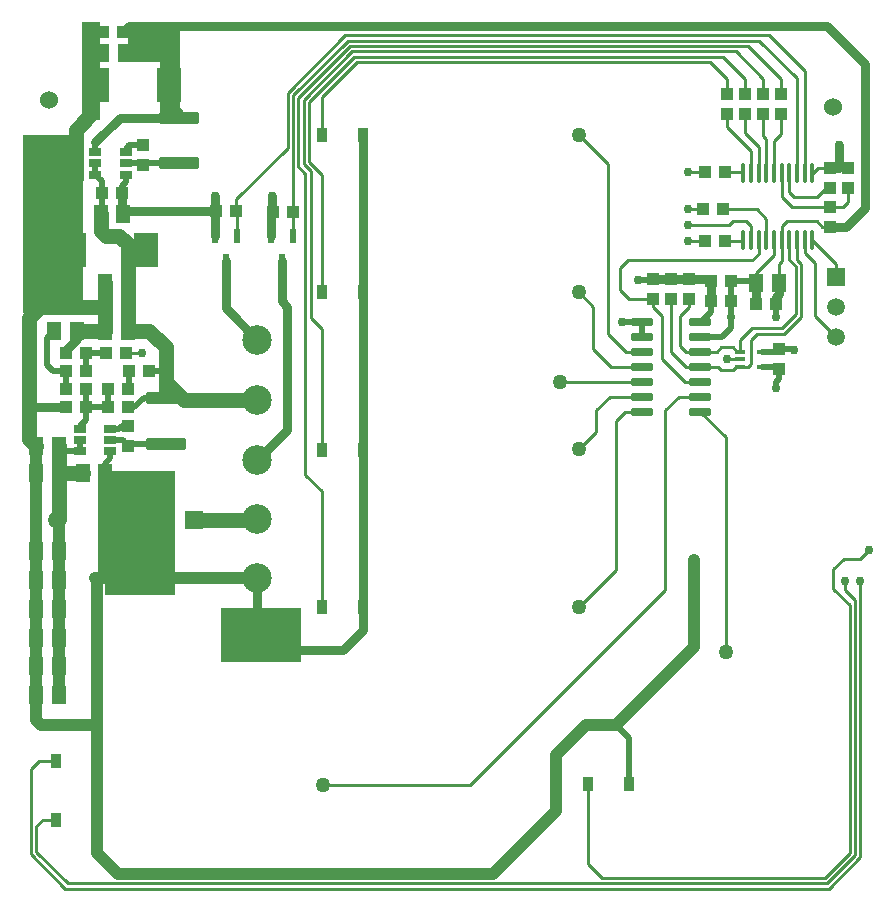
<source format=gtl>
%FSDAX24Y24*%
%MOIN*%
%SFA1B1*%

%IPPOS*%
%AMD14*
4,1,8,-0.056100,-0.021600,0.056100,-0.021600,0.066900,-0.010800,0.066900,0.010800,0.056100,0.021600,-0.056100,0.021600,-0.066900,0.010800,-0.066900,-0.010800,-0.056100,-0.021600,0.0*
1,1,0.021600,-0.056100,-0.010800*
1,1,0.021600,0.056100,-0.010800*
1,1,0.021600,0.056100,0.010800*
1,1,0.021600,-0.056100,0.010800*
%
%AMD20*
4,1,8,-0.034400,-0.011800,0.034400,-0.011800,0.037400,-0.008800,0.037400,0.008800,0.034400,0.011800,-0.034400,0.011800,-0.037400,0.008800,-0.037400,-0.008800,-0.034400,-0.011800,0.0*
1,1,0.006000,-0.034400,-0.008800*
1,1,0.006000,0.034400,-0.008800*
1,1,0.006000,0.034400,0.008800*
1,1,0.006000,-0.034400,0.008800*
%
%ADD10R,0.080700X0.114200*%
%ADD11R,0.035400X0.045300*%
%ADD12R,0.043300X0.039400*%
%ADD13R,0.039400X0.043300*%
G04~CAMADD=14~8~0.0~0.0~1339.0~433.0~108.0~0.0~15~0.0~0.0~0.0~0.0~0~0.0~0.0~0.0~0.0~0~0.0~0.0~0.0~180.0~1338.0~432.0*
%ADD14D14*%
%ADD15R,0.051200X0.059100*%
%ADD16R,0.039400X0.027600*%
%ADD17R,0.023600X0.051200*%
%ADD18R,0.033500X0.015700*%
%ADD19O,0.013800X0.070900*%
G04~CAMADD=20~8~0.0~0.0~748.0~236.0~30.0~0.0~15~0.0~0.0~0.0~0.0~0~0.0~0.0~0.0~0.0~0~0.0~0.0~0.0~180.0~748.0~236.0*
%ADD20D20*%
%ADD21C,0.020000*%
%ADD22C,0.050000*%
%ADD23C,0.040000*%
%ADD24C,0.030000*%
%ADD25C,0.039400*%
%ADD26C,0.010000*%
%ADD27R,0.265000X0.180000*%
%ADD28R,0.232600X0.415000*%
%ADD29R,0.060000X0.330000*%
%ADD30R,0.205000X0.595000*%
%ADD31R,0.141500X0.115000*%
%ADD32R,0.065000X0.297000*%
%ADD33C,0.059100*%
%ADD34R,0.059100X0.059100*%
%ADD35C,0.098400*%
%ADD36R,0.059100X0.059100*%
%ADD37C,0.060000*%
%ADD38C,0.030000*%
%ADD39C,0.050000*%
%LNde-250624-1*%
%LPD*%
G54D10*
X012649Y037250D03*
X015051D03*
X011899Y031750D03*
X014301D03*
G54D11*
X030375Y013937D03*
X029015D03*
X012658Y014724D03*
X011299D03*
X012658Y012756D03*
X011299D03*
X021517Y025092D03*
X020157D03*
X021517Y030341D03*
X020157D03*
X021517Y035591D03*
X020157D03*
X021517Y019843D03*
X020157D03*
G54D12*
X032915Y034350D03*
X033585D03*
X032915Y032050D03*
X033585D03*
X012865Y039000D03*
X013535D03*
X013485Y033650D03*
X012815D03*
X011615Y028300D03*
X012285D03*
X012965D03*
X013635D03*
X013015Y026500D03*
X013685D03*
X013715Y027700D03*
X014385D03*
X012285Y026500D03*
X011615D03*
Y027100D03*
X012285D03*
X011615Y027700D03*
X012285D03*
X033115Y030050D03*
X033785D03*
X033115Y030700D03*
X033785D03*
X019185Y033000D03*
X018515D03*
X017285Y033050D03*
X016615D03*
X034615Y029950D03*
X035285D03*
X032865Y033100D03*
X033535D03*
X013015Y027100D03*
X013685D03*
G54D13*
X034250Y036935D03*
Y036265D03*
X033650Y036935D03*
Y036265D03*
X034850Y036935D03*
Y036265D03*
X035450Y036935D03*
Y036265D03*
X014200Y034565D03*
Y035235D03*
X032400Y030785D03*
Y030115D03*
X031200Y030785D03*
Y030115D03*
X031800Y030785D03*
Y030115D03*
X035400Y027765D03*
Y028435D03*
X013700Y025215D03*
Y025885D03*
X037100Y033185D03*
Y032515D03*
X037700Y034485D03*
Y033815D03*
X037100Y034485D03*
Y033815D03*
G54D14*
X015400Y036158D03*
Y034642D03*
X014950Y026808D03*
Y025292D03*
G54D15*
X012826Y038300D03*
X013574D03*
X013524Y032950D03*
X012776D03*
X012926Y030650D03*
X013674D03*
X012926Y029850D03*
X013674D03*
X012926Y029050D03*
X013674D03*
X011974D03*
X011226D03*
X010626Y025200D03*
X011374D03*
X010626Y024300D03*
X011374D03*
X012924D03*
X012176D03*
X034626Y030650D03*
X035374D03*
X011374Y021700D03*
X010626D03*
X011374Y020740D03*
X010626D03*
X011374Y019780D03*
X010626D03*
X011374Y018820D03*
X010626D03*
X011374Y017860D03*
X010626D03*
X011374Y016900D03*
X010626D03*
G54D16*
X013624Y034252D03*
Y034626D03*
Y035000D03*
X012600Y034252D03*
Y034626D03*
Y035000D03*
X013100Y025026D03*
Y025400D03*
Y025774D03*
X012076Y025026D03*
Y025400D03*
Y025774D03*
G54D17*
X016950Y031387D03*
X016576Y032213D03*
X017324D03*
X018824Y031373D03*
X018450Y032200D03*
X019198D03*
G54D18*
X034824Y028356D03*
Y027844D03*
X034076D03*
Y028100D03*
Y028356D03*
G54D19*
X034198Y032078D03*
X034454D03*
X034710D03*
X034966D03*
X035222D03*
X035478D03*
X035734D03*
X035990D03*
X036246D03*
X036502D03*
X034198Y034322D03*
X034454D03*
X034710D03*
X034966D03*
X035222D03*
X035478D03*
X035734D03*
X035990D03*
X036246D03*
X036502D03*
G54D20*
X030833Y026350D03*
Y026850D03*
Y027350D03*
Y027850D03*
Y028350D03*
Y028850D03*
Y029350D03*
X032767D03*
Y028850D03*
Y028350D03*
Y027850D03*
Y027350D03*
Y026850D03*
Y026350D03*
G54D21*
X013624Y034626D02*
X014934D01*
X013735Y035235D02*
X014200D01*
X013624Y035124D02*
X013735Y035235D01*
X013624Y035000D02*
Y035124D01*
X029950Y015900D02*
X030375Y015475D01*
Y013937D02*
Y015475D01*
X030150Y029350D02*
X030833D01*
X035300Y027150D02*
Y027350D01*
X035400Y027450*
Y027765*
X035865Y028435D02*
X035883Y028417D01*
X035400Y028435D02*
X035865D01*
X035321Y027844D02*
X035400Y027765D01*
X034824Y027844D02*
X035321D01*
Y028356D02*
X035400Y028435D01*
X034824Y028356D02*
X035321D01*
X035285Y029950D02*
X035300Y029935D01*
Y029500D02*
Y029935D01*
X031165Y030750D02*
X031200Y030785D01*
X030700Y030750D02*
X031165D01*
X033115Y029665D02*
Y030050D01*
X032800Y029350D02*
X033115Y029665D01*
X032767Y029350D02*
X032800D01*
X033500Y028850D02*
X033785Y029135D01*
X032767Y028850D02*
X033500D01*
X033785Y030700D02*
X034555D01*
X033785Y030050D02*
Y030700D01*
X030833Y028850D02*
Y029350D01*
X013485Y033650D02*
Y033885D01*
X013624Y034024*
Y034252*
X014934Y034626D02*
X014950Y034642D01*
X012776Y032950D02*
X012815Y032989D01*
Y033650*
Y034037*
X012600Y034252D02*
X012815Y034037D01*
X012600Y034252D02*
Y034626D01*
X012924Y024300D02*
Y024624D01*
X013100Y024800*
X011374Y025200D02*
X011548Y025026D01*
X011000Y028824D02*
X011226Y029050D01*
X011000Y027900D02*
Y028824D01*
Y027900D02*
X011200Y027700D01*
X011615*
Y027100D02*
Y027700D01*
X012285Y026085D02*
Y026500D01*
X012076Y025876D02*
X012285Y026085D01*
X012076Y025774D02*
Y025876D01*
X012285Y026500D02*
D01*
Y027100D01*
Y028300D02*
D01*
Y027700D02*
Y028300D01*
X012965D01*
X013777Y025292D02*
X014950D01*
X013700Y025215D02*
X013777Y025292D01*
X013515Y025400D02*
X013700Y025215D01*
X013485Y025885D02*
X013700D01*
X013374Y025774D02*
X013485Y025885D01*
X013100Y024800D02*
Y025026D01*
X012076D02*
Y025400D01*
X013100Y025774D02*
X013374D01*
X013100Y025400D02*
X013515D01*
X011548Y025026D02*
X012076D01*
X012600Y035000D02*
Y035350D01*
X014385Y027700D02*
X014900D01*
X014950Y027750*
X013715Y027131D02*
Y027700D01*
X013685Y027100D02*
X013715Y027131D01*
X012285Y026500D02*
X013015D01*
Y027100*
X013685Y026500D02*
X013900D01*
X014208Y026808*
X014950*
X033785Y029135D02*
Y030050D01*
G54D22*
X014950Y027350D02*
X015550Y026750D01*
X013674Y030650D02*
Y031926D01*
X011950Y035750D02*
X012500Y036300D01*
X011950Y034150D02*
Y035750D01*
X015550Y026750D02*
X018000D01*
X014950Y026900D02*
Y027350D01*
X012776Y032374D02*
Y032950D01*
Y032374D02*
X012950Y032200D01*
X013400*
X013674Y031926*
X010380Y026500D02*
Y029480D01*
Y025446D02*
Y026500D01*
Y025446D02*
X010626Y025200D01*
X010380Y029480D02*
X010750Y029850D01*
X012926*
X011974Y029050D02*
X012926D01*
Y029850D02*
Y030650D01*
Y029050D02*
Y029850D01*
X011374Y024300D02*
X012176D01*
X014400Y029050D02*
X014950Y028500D01*
X013674Y029050D02*
X014400D01*
X013674Y029850D02*
Y030650D01*
Y029050D02*
Y029850D01*
X011374Y024300D02*
Y025200D01*
Y022783D02*
Y024300D01*
X014950Y027350D02*
Y027750D01*
Y028500*
X012500Y036300D02*
Y038950D01*
X015993Y022750D02*
X018100D01*
G54D23*
X011374Y021700D02*
Y022783D01*
Y016900D02*
Y017860D01*
Y018820*
Y019780*
Y020740*
Y021700*
G54D24*
X037000Y039200D02*
X038250Y037950D01*
Y033150D02*
Y037950D01*
X037615Y032515D02*
X038250Y033150D01*
X037100Y032515D02*
X037615D01*
X037100Y034485D02*
X037400D01*
X012600Y020816D02*
X012658Y020757D01*
X018000Y018900D02*
Y020816D01*
Y018900D02*
X018500Y018400D01*
X020850*
X021517Y019067*
Y019843*
Y030341D02*
Y035591D01*
Y025092D02*
Y030341D01*
Y019843D02*
Y025092D01*
X013624Y033050D02*
X016600D01*
X016576Y033011D02*
X016600Y033035D01*
X016576Y032213D02*
Y033011D01*
X013524Y032950D02*
X013624Y033050D01*
X018500Y033015D02*
X018515Y033000D01*
X018500Y033015D02*
Y033550D01*
X018450Y032935D02*
X018515Y033000D01*
X018450Y032200D02*
Y032935D01*
X018000Y024750D02*
X019000Y025750D01*
Y029850*
X018824Y030026D02*
X019000Y029850D01*
X018824Y030026D02*
Y031373D01*
X016950Y029800D02*
X018000Y028750D01*
X016950Y029800D02*
Y031387D01*
X035374Y030274D02*
Y030650D01*
X035285Y030185D02*
X035374Y030274D01*
X035285Y029950D02*
Y030185D01*
X034615Y029950D02*
Y030639D01*
X033115Y030050D02*
Y030700D01*
X032400Y030785D02*
X033031D01*
X031800D02*
X032400D01*
X031200D02*
X031800D01*
X033031D02*
X033115Y030700D01*
X013485Y032989D02*
X013524Y032950D01*
X013485Y032989D02*
Y033650D01*
X013408Y036158D02*
X014950D01*
X010380Y026500D02*
X011615D01*
X011974Y028774D02*
Y029050D01*
X011615Y028415D02*
X011974Y028774D01*
X011615Y028300D02*
Y028415D01*
X013535Y039000D02*
X013735Y039200D01*
X012600Y035350D02*
X013408Y036158D01*
X015400D02*
Y036300D01*
X015051Y036649D02*
X015400Y036300D01*
X015051Y036649D02*
Y037250D01*
Y039199*
X015050Y039200D02*
X015051Y039199D01*
X013735Y039200D02*
X015050D01*
X037000*
X012776Y037100D02*
X012865Y037189D01*
X016600Y033035D02*
Y033050D01*
Y033550*
X037400Y034485D02*
Y035250D01*
G54D25*
X028950Y015900D02*
X029950D01*
X032550Y018500D02*
Y019950D01*
X029950Y015900D02*
X032550Y018500D01*
X027950Y014900D02*
X028950Y015900D01*
X025857Y010957D02*
X027950Y013050D01*
X013343Y010957D02*
X025857D01*
X032550Y019950D02*
Y020700D01*
Y021400*
X012658Y012756D02*
Y014724D01*
Y011641D02*
Y012756D01*
X027950Y013050D02*
Y014900D01*
X012658Y011641D02*
X013343Y010957D01*
X012900Y020816D02*
Y024276D01*
X012600Y020816D02*
X012900D01*
X018000*
X012900Y024276D02*
X012924Y024300D01*
X010626Y016900D02*
Y017860D01*
Y018820*
Y019780*
Y020740*
Y021700*
Y024300*
Y025200*
Y016074D02*
Y016900D01*
Y016074D02*
X010800Y015900D01*
X012658*
Y014724D02*
Y015900D01*
Y020757*
G54D26*
X028709Y035591D02*
X029700Y034600D01*
Y028950D02*
Y034600D01*
Y028950D02*
X030300Y028350D01*
X030385Y030115D02*
X031200D01*
X030100Y030400D02*
X030385Y030115D01*
X030100Y030400D02*
Y031150D01*
X030350Y031400*
X034500*
X034710Y031610*
Y032078*
X032350Y032575D02*
X033725D01*
X033850Y032700*
X034300*
X034454Y032546*
Y032078D02*
Y032546D01*
X013635Y028300D02*
X014150D01*
X038100Y011495D02*
Y020700D01*
X037055Y010450D02*
X038100Y011495D01*
X011600Y010450D02*
X037055D01*
X037740Y011645D02*
Y019910D01*
X036905Y010810D02*
X037740Y011645D01*
X029490Y010810D02*
X036905D01*
X037920Y011570D02*
Y020080D01*
X036980Y010630D02*
X037920Y011570D01*
X011675Y010630D02*
X036980D01*
X029015Y011285D02*
X029490Y010810D01*
X029015Y011285D02*
Y013937D01*
X010630Y011675D02*
X011675Y010630D01*
X010450Y011600D02*
X011600Y010450D01*
X032350Y033100D02*
X032865D01*
X038100Y021450D02*
X038400Y021750D01*
X037550Y021450D02*
X038100D01*
X037200Y021100D02*
X037550Y021450D01*
X037200Y020450D02*
Y021100D01*
Y020450D02*
X037740Y019910D01*
X037600Y020400D02*
X037920Y020080D01*
X037600Y020400D02*
Y020700D01*
X010856Y012756D02*
X011299D01*
X010630Y012530D02*
X010856Y012756D01*
X010630Y011675D02*
Y012530D01*
X032450Y034350D02*
X032915D01*
X010724Y014724D02*
X011299D01*
X010450Y014450D02*
X010724Y014724D01*
X010450Y011600D02*
Y014450D01*
X032350Y032050D02*
X032915D01*
X034170D02*
X034198Y032078D01*
X033585Y032050D02*
X034170D01*
X034966Y032078D02*
Y032784D01*
X034650Y033100D02*
X034966Y032784D01*
X033535Y033100D02*
X034650D01*
X034170Y034350D02*
X034198Y034322D01*
X033585Y034350D02*
X034170D01*
X033622Y018328D02*
Y025494D01*
X032767Y026350D02*
X033622Y025494D01*
X032050Y026850D02*
X032767D01*
X020200Y013900D02*
X025100D01*
X031600Y020400*
Y026400*
X032050Y026850*
X035990Y034322D02*
Y037460D01*
X034730Y038720D02*
X035990Y037460D01*
X021006Y038720D02*
X034730D01*
X036246Y034322D02*
Y037704D01*
X035050Y038900D02*
X036246Y037704D01*
X020932Y038900D02*
X035050D01*
X033520Y038180D02*
X034250Y037450D01*
X021230Y038180D02*
X033520D01*
X034360Y038540D02*
X035450Y037450D01*
X021081Y038540D02*
X034360D01*
X019005Y036973D02*
X020932Y038900D01*
X019185Y036898D02*
X021006Y038720D01*
X019365Y036824D02*
X021081Y038540D01*
X033940Y038360D02*
X034850Y037450D01*
X021155Y038360D02*
X033940D01*
X019545Y036749D02*
X021155Y038360D01*
X019725Y036675D02*
X021230Y038180D01*
X033100Y038000D02*
X033650Y037450D01*
X021305Y038000D02*
X033100D01*
X020150Y036845D02*
X021305Y038000D01*
X034198Y032078D02*
Y032302D01*
X019600Y024250D02*
X020150Y023700D01*
X019780Y029470D02*
X020150Y029100D01*
X019725Y034675D02*
X020150Y034250D01*
X019780Y029470D02*
Y034365D01*
X019545Y034601D02*
X019780Y034365D01*
X019365Y034526D02*
X019600Y034291D01*
Y024250D02*
Y034291D01*
X019725Y034675D02*
Y036675D01*
X019545Y034601D02*
Y036749D01*
X019365Y034526D02*
Y036824D01*
X019005Y035155D02*
Y036973D01*
X017285Y033435D02*
X019005Y035155D01*
X017285Y033050D02*
Y033435D01*
Y033050D02*
X017324Y033011D01*
Y032213D02*
Y033011D01*
X019185Y033000D02*
X019198Y032987D01*
Y032200D02*
Y032987D01*
X019185Y033000D02*
Y036898D01*
X035450Y036935D02*
Y037450D01*
X034850Y036935D02*
Y037450D01*
X028709Y019850D02*
X029950Y021091D01*
Y026050*
X030250Y026350*
X030833*
X028709Y025100D02*
X029300Y025691D01*
Y026400*
X029750Y026850*
X030833*
X028709Y030350D02*
X029200Y029859D01*
Y028450D02*
Y029859D01*
Y028450D02*
X029800Y027850D01*
X030833*
X030300Y028350D02*
X030833D01*
X035450Y035600D02*
Y036265D01*
X035222Y035372D02*
X035450Y035600D01*
X035222Y034322D02*
Y035372D01*
X034850Y035550D02*
Y036265D01*
Y035550D02*
X034966Y035434D01*
Y034322D02*
Y035434D01*
X034250Y035650D02*
Y036265D01*
Y035650D02*
X034710Y035190D01*
Y034322D02*
Y035190D01*
X033650Y035850D02*
Y036265D01*
Y035850D02*
X034454Y035046D01*
Y034322D02*
Y035046D01*
X034250Y036935D02*
Y037450D01*
X033650Y036935D02*
Y037450D01*
X035500Y029150D02*
X035950Y029600D01*
X034500Y029150D02*
X035500D01*
X034076Y028726D02*
X034500Y029150D01*
X035555Y028950D02*
X036130Y029525D01*
X034650Y028950D02*
X035555D01*
X034450Y028750D02*
X034650Y028950D01*
X036685Y034485D02*
X037100D01*
X036522Y034322D02*
X036685Y034485D01*
X036502Y034322D02*
X036522D01*
X035734Y033666D02*
Y034322D01*
Y033666D02*
X035900Y033500D01*
X036650*
X036965Y033815*
X037100*
X035478Y033522D02*
Y034322D01*
Y033522D02*
X035815Y033185D01*
X037100*
X037535*
X037700Y033350*
Y033815*
X036835Y032515D02*
X037100D01*
X036650Y032700D02*
X036835Y032515D01*
X035650Y032700D02*
X036650D01*
X035478Y032528D02*
X035650Y032700D01*
X035478Y032078D02*
Y032528D01*
X036600Y029550D02*
X037300Y028850D01*
X036600Y029550D02*
Y031300D01*
X036246Y031654D02*
X036600Y031300D01*
X036246Y031654D02*
Y032078D01*
X037300Y030850D02*
Y031280D01*
X036502Y032078D02*
X037300Y031280D01*
X035374Y030650D02*
Y031274D01*
X035478Y031378*
Y032078*
X034615Y030965D02*
X035222Y031572D01*
Y032078*
X033650Y028100D02*
X034076D01*
X033450Y028500D02*
X033850D01*
X033306Y028356D02*
X033450Y028500D01*
X032772Y028356D02*
X033306D01*
X033850Y028500D02*
X033994Y028356D01*
X034076*
X033950Y027850D02*
X034070D01*
X033850Y027750D02*
X033950Y027850D01*
X033450Y027750D02*
X033850D01*
X033350Y027850D02*
X033450Y027750D01*
X032767Y027850D02*
X033350D01*
X032767Y028350D02*
X032772Y028356D01*
X035990Y031415D02*
Y032078D01*
Y031415D02*
X036130Y031275D01*
Y029525D02*
Y031275D01*
X034450Y027950D02*
Y028750D01*
X034344Y027844D02*
X034450Y027950D01*
X034076Y027844D02*
X034344D01*
X034076Y028356D02*
Y028726D01*
X035950Y029600D02*
Y031200D01*
X035734Y031416D02*
X035950Y031200D01*
X035734Y031416D02*
Y032078D01*
X032250Y027350D02*
X032767D01*
X031500Y028100D02*
X032250Y027350D01*
X031500Y028100D02*
Y029550D01*
X031200Y029850D02*
X031500Y029550D01*
X031200Y029850D02*
Y030115D01*
X034070Y027850D02*
X034076Y027844D01*
X032300Y027850D02*
X032767D01*
X031800Y028350D02*
X032300Y027850D01*
X031800Y028350D02*
Y030115D01*
X032300Y028350D02*
X032767D01*
X032100Y028550D02*
X032300Y028350D01*
X032100Y028550D02*
Y029550D01*
X032400Y029850*
Y030115*
X028100Y027350D02*
X030833D01*
X020150Y019843D02*
Y023700D01*
Y025092D02*
Y029100D01*
Y035591D02*
Y036845D01*
Y030341D02*
Y034250D01*
X034615Y030639D02*
Y030965D01*
G54D27*
X018125Y018900D03*
G54D28*
X014087Y022325D03*
G54D29*
X012450Y037700D03*
G54D30*
X011175Y032625D03*
G54D31*
X014392Y038575D03*
G54D32*
X015075Y037714D03*
G54D33*
X011307Y022750D03*
X037300Y029850D03*
Y028850D03*
G54D34*
X015893Y022750D03*
G54D35*
X018000Y020816D03*
Y022784D03*
Y028750D03*
Y026750D03*
Y024750D03*
G54D36*
X037300Y030850D03*
G54D37*
X011050Y036750D03*
X037200Y036500D03*
G54D38*
X033800Y029500D03*
X037400Y035250D03*
X032550Y019950D03*
Y020700D03*
Y021400D03*
X016600Y033550D03*
X018500D03*
X030150Y029350D03*
X032350Y032575D03*
X014150Y028300D03*
X032350Y033100D03*
X038400Y021750D03*
X037600Y020700D03*
X038100D03*
X032350Y034350D03*
Y032050D03*
X035883Y028417D03*
X035300Y027150D03*
X030700Y030750D03*
X035300Y029500D03*
X033650Y028100D03*
G54D39*
X033622Y018328D03*
X020200Y013900D03*
X028709Y019850D03*
Y025100D03*
Y030350D03*
Y035591D03*
X028100Y027350D03*
M02*
</source>
